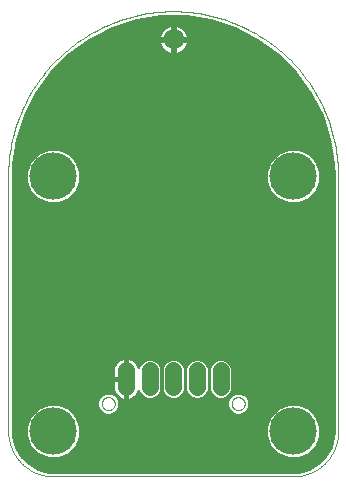
<source format=gbl>
G75*
%MOIN*%
%OFA0B0*%
%FSLAX25Y25*%
%IPPOS*%
%LPD*%
%AMOC8*
5,1,8,0,0,1.08239X$1,22.5*
%
%ADD10C,0.00000*%
%ADD11C,0.15811*%
%ADD12C,0.05600*%
%ADD13C,0.06791*%
%ADD14C,0.00600*%
%ADD15C,0.02400*%
%ADD16C,0.01000*%
%ADD17C,0.02381*%
D10*
X0001500Y0016500D02*
X0001500Y0101500D01*
X0032681Y0025732D02*
X0032683Y0025825D01*
X0032689Y0025917D01*
X0032699Y0026009D01*
X0032713Y0026100D01*
X0032730Y0026191D01*
X0032752Y0026281D01*
X0032777Y0026370D01*
X0032806Y0026458D01*
X0032839Y0026544D01*
X0032876Y0026629D01*
X0032916Y0026713D01*
X0032960Y0026794D01*
X0033007Y0026874D01*
X0033057Y0026952D01*
X0033111Y0027027D01*
X0033168Y0027100D01*
X0033228Y0027170D01*
X0033291Y0027238D01*
X0033357Y0027303D01*
X0033425Y0027365D01*
X0033496Y0027425D01*
X0033570Y0027481D01*
X0033646Y0027534D01*
X0033724Y0027583D01*
X0033804Y0027630D01*
X0033886Y0027672D01*
X0033970Y0027712D01*
X0034055Y0027747D01*
X0034142Y0027779D01*
X0034230Y0027808D01*
X0034319Y0027832D01*
X0034409Y0027853D01*
X0034500Y0027869D01*
X0034592Y0027882D01*
X0034684Y0027891D01*
X0034777Y0027896D01*
X0034869Y0027897D01*
X0034962Y0027894D01*
X0035054Y0027887D01*
X0035146Y0027876D01*
X0035237Y0027861D01*
X0035328Y0027843D01*
X0035418Y0027820D01*
X0035506Y0027794D01*
X0035594Y0027764D01*
X0035680Y0027730D01*
X0035764Y0027693D01*
X0035847Y0027651D01*
X0035928Y0027607D01*
X0036008Y0027559D01*
X0036085Y0027508D01*
X0036159Y0027453D01*
X0036232Y0027395D01*
X0036302Y0027335D01*
X0036369Y0027271D01*
X0036433Y0027205D01*
X0036495Y0027135D01*
X0036553Y0027064D01*
X0036608Y0026990D01*
X0036660Y0026913D01*
X0036709Y0026834D01*
X0036755Y0026754D01*
X0036797Y0026671D01*
X0036835Y0026587D01*
X0036870Y0026501D01*
X0036901Y0026414D01*
X0036928Y0026326D01*
X0036951Y0026236D01*
X0036971Y0026146D01*
X0036987Y0026055D01*
X0036999Y0025963D01*
X0037007Y0025871D01*
X0037011Y0025778D01*
X0037011Y0025686D01*
X0037007Y0025593D01*
X0036999Y0025501D01*
X0036987Y0025409D01*
X0036971Y0025318D01*
X0036951Y0025228D01*
X0036928Y0025138D01*
X0036901Y0025050D01*
X0036870Y0024963D01*
X0036835Y0024877D01*
X0036797Y0024793D01*
X0036755Y0024710D01*
X0036709Y0024630D01*
X0036660Y0024551D01*
X0036608Y0024474D01*
X0036553Y0024400D01*
X0036495Y0024329D01*
X0036433Y0024259D01*
X0036369Y0024193D01*
X0036302Y0024129D01*
X0036232Y0024069D01*
X0036159Y0024011D01*
X0036085Y0023956D01*
X0036008Y0023905D01*
X0035929Y0023857D01*
X0035847Y0023813D01*
X0035764Y0023771D01*
X0035680Y0023734D01*
X0035594Y0023700D01*
X0035506Y0023670D01*
X0035418Y0023644D01*
X0035328Y0023621D01*
X0035237Y0023603D01*
X0035146Y0023588D01*
X0035054Y0023577D01*
X0034962Y0023570D01*
X0034869Y0023567D01*
X0034777Y0023568D01*
X0034684Y0023573D01*
X0034592Y0023582D01*
X0034500Y0023595D01*
X0034409Y0023611D01*
X0034319Y0023632D01*
X0034230Y0023656D01*
X0034142Y0023685D01*
X0034055Y0023717D01*
X0033970Y0023752D01*
X0033886Y0023792D01*
X0033804Y0023834D01*
X0033724Y0023881D01*
X0033646Y0023930D01*
X0033570Y0023983D01*
X0033496Y0024039D01*
X0033425Y0024099D01*
X0033357Y0024161D01*
X0033291Y0024226D01*
X0033228Y0024294D01*
X0033168Y0024364D01*
X0033111Y0024437D01*
X0033057Y0024512D01*
X0033007Y0024590D01*
X0032960Y0024670D01*
X0032916Y0024751D01*
X0032876Y0024835D01*
X0032839Y0024920D01*
X0032806Y0025006D01*
X0032777Y0025094D01*
X0032752Y0025183D01*
X0032730Y0025273D01*
X0032713Y0025364D01*
X0032699Y0025455D01*
X0032689Y0025547D01*
X0032683Y0025639D01*
X0032681Y0025732D01*
X0016500Y0001500D02*
X0016138Y0001504D01*
X0015775Y0001518D01*
X0015413Y0001539D01*
X0015052Y0001570D01*
X0014692Y0001609D01*
X0014333Y0001657D01*
X0013975Y0001714D01*
X0013618Y0001779D01*
X0013263Y0001853D01*
X0012910Y0001936D01*
X0012559Y0002027D01*
X0012211Y0002126D01*
X0011865Y0002234D01*
X0011521Y0002350D01*
X0011181Y0002475D01*
X0010844Y0002607D01*
X0010510Y0002748D01*
X0010179Y0002897D01*
X0009852Y0003054D01*
X0009529Y0003218D01*
X0009210Y0003390D01*
X0008896Y0003570D01*
X0008585Y0003758D01*
X0008280Y0003953D01*
X0007979Y0004155D01*
X0007683Y0004365D01*
X0007393Y0004581D01*
X0007107Y0004805D01*
X0006827Y0005035D01*
X0006553Y0005272D01*
X0006285Y0005516D01*
X0006022Y0005766D01*
X0005766Y0006022D01*
X0005516Y0006285D01*
X0005272Y0006553D01*
X0005035Y0006827D01*
X0004805Y0007107D01*
X0004581Y0007393D01*
X0004365Y0007683D01*
X0004155Y0007979D01*
X0003953Y0008280D01*
X0003758Y0008585D01*
X0003570Y0008896D01*
X0003390Y0009210D01*
X0003218Y0009529D01*
X0003054Y0009852D01*
X0002897Y0010179D01*
X0002748Y0010510D01*
X0002607Y0010844D01*
X0002475Y0011181D01*
X0002350Y0011521D01*
X0002234Y0011865D01*
X0002126Y0012211D01*
X0002027Y0012559D01*
X0001936Y0012910D01*
X0001853Y0013263D01*
X0001779Y0013618D01*
X0001714Y0013975D01*
X0001657Y0014333D01*
X0001609Y0014692D01*
X0001570Y0015052D01*
X0001539Y0015413D01*
X0001518Y0015775D01*
X0001504Y0016138D01*
X0001500Y0016500D01*
X0016500Y0001500D02*
X0096500Y0001500D01*
X0096862Y0001504D01*
X0097225Y0001518D01*
X0097587Y0001539D01*
X0097948Y0001570D01*
X0098308Y0001609D01*
X0098667Y0001657D01*
X0099025Y0001714D01*
X0099382Y0001779D01*
X0099737Y0001853D01*
X0100090Y0001936D01*
X0100441Y0002027D01*
X0100789Y0002126D01*
X0101135Y0002234D01*
X0101479Y0002350D01*
X0101819Y0002475D01*
X0102156Y0002607D01*
X0102490Y0002748D01*
X0102821Y0002897D01*
X0103148Y0003054D01*
X0103471Y0003218D01*
X0103790Y0003390D01*
X0104104Y0003570D01*
X0104415Y0003758D01*
X0104720Y0003953D01*
X0105021Y0004155D01*
X0105317Y0004365D01*
X0105607Y0004581D01*
X0105893Y0004805D01*
X0106173Y0005035D01*
X0106447Y0005272D01*
X0106715Y0005516D01*
X0106978Y0005766D01*
X0107234Y0006022D01*
X0107484Y0006285D01*
X0107728Y0006553D01*
X0107965Y0006827D01*
X0108195Y0007107D01*
X0108419Y0007393D01*
X0108635Y0007683D01*
X0108845Y0007979D01*
X0109047Y0008280D01*
X0109242Y0008585D01*
X0109430Y0008896D01*
X0109610Y0009210D01*
X0109782Y0009529D01*
X0109946Y0009852D01*
X0110103Y0010179D01*
X0110252Y0010510D01*
X0110393Y0010844D01*
X0110525Y0011181D01*
X0110650Y0011521D01*
X0110766Y0011865D01*
X0110874Y0012211D01*
X0110973Y0012559D01*
X0111064Y0012910D01*
X0111147Y0013263D01*
X0111221Y0013618D01*
X0111286Y0013975D01*
X0111343Y0014333D01*
X0111391Y0014692D01*
X0111430Y0015052D01*
X0111461Y0015413D01*
X0111482Y0015775D01*
X0111496Y0016138D01*
X0111500Y0016500D01*
X0111500Y0101500D01*
X0075989Y0025732D02*
X0075991Y0025825D01*
X0075997Y0025917D01*
X0076007Y0026009D01*
X0076021Y0026100D01*
X0076038Y0026191D01*
X0076060Y0026281D01*
X0076085Y0026370D01*
X0076114Y0026458D01*
X0076147Y0026544D01*
X0076184Y0026629D01*
X0076224Y0026713D01*
X0076268Y0026794D01*
X0076315Y0026874D01*
X0076365Y0026952D01*
X0076419Y0027027D01*
X0076476Y0027100D01*
X0076536Y0027170D01*
X0076599Y0027238D01*
X0076665Y0027303D01*
X0076733Y0027365D01*
X0076804Y0027425D01*
X0076878Y0027481D01*
X0076954Y0027534D01*
X0077032Y0027583D01*
X0077112Y0027630D01*
X0077194Y0027672D01*
X0077278Y0027712D01*
X0077363Y0027747D01*
X0077450Y0027779D01*
X0077538Y0027808D01*
X0077627Y0027832D01*
X0077717Y0027853D01*
X0077808Y0027869D01*
X0077900Y0027882D01*
X0077992Y0027891D01*
X0078085Y0027896D01*
X0078177Y0027897D01*
X0078270Y0027894D01*
X0078362Y0027887D01*
X0078454Y0027876D01*
X0078545Y0027861D01*
X0078636Y0027843D01*
X0078726Y0027820D01*
X0078814Y0027794D01*
X0078902Y0027764D01*
X0078988Y0027730D01*
X0079072Y0027693D01*
X0079155Y0027651D01*
X0079236Y0027607D01*
X0079316Y0027559D01*
X0079393Y0027508D01*
X0079467Y0027453D01*
X0079540Y0027395D01*
X0079610Y0027335D01*
X0079677Y0027271D01*
X0079741Y0027205D01*
X0079803Y0027135D01*
X0079861Y0027064D01*
X0079916Y0026990D01*
X0079968Y0026913D01*
X0080017Y0026834D01*
X0080063Y0026754D01*
X0080105Y0026671D01*
X0080143Y0026587D01*
X0080178Y0026501D01*
X0080209Y0026414D01*
X0080236Y0026326D01*
X0080259Y0026236D01*
X0080279Y0026146D01*
X0080295Y0026055D01*
X0080307Y0025963D01*
X0080315Y0025871D01*
X0080319Y0025778D01*
X0080319Y0025686D01*
X0080315Y0025593D01*
X0080307Y0025501D01*
X0080295Y0025409D01*
X0080279Y0025318D01*
X0080259Y0025228D01*
X0080236Y0025138D01*
X0080209Y0025050D01*
X0080178Y0024963D01*
X0080143Y0024877D01*
X0080105Y0024793D01*
X0080063Y0024710D01*
X0080017Y0024630D01*
X0079968Y0024551D01*
X0079916Y0024474D01*
X0079861Y0024400D01*
X0079803Y0024329D01*
X0079741Y0024259D01*
X0079677Y0024193D01*
X0079610Y0024129D01*
X0079540Y0024069D01*
X0079467Y0024011D01*
X0079393Y0023956D01*
X0079316Y0023905D01*
X0079237Y0023857D01*
X0079155Y0023813D01*
X0079072Y0023771D01*
X0078988Y0023734D01*
X0078902Y0023700D01*
X0078814Y0023670D01*
X0078726Y0023644D01*
X0078636Y0023621D01*
X0078545Y0023603D01*
X0078454Y0023588D01*
X0078362Y0023577D01*
X0078270Y0023570D01*
X0078177Y0023567D01*
X0078085Y0023568D01*
X0077992Y0023573D01*
X0077900Y0023582D01*
X0077808Y0023595D01*
X0077717Y0023611D01*
X0077627Y0023632D01*
X0077538Y0023656D01*
X0077450Y0023685D01*
X0077363Y0023717D01*
X0077278Y0023752D01*
X0077194Y0023792D01*
X0077112Y0023834D01*
X0077032Y0023881D01*
X0076954Y0023930D01*
X0076878Y0023983D01*
X0076804Y0024039D01*
X0076733Y0024099D01*
X0076665Y0024161D01*
X0076599Y0024226D01*
X0076536Y0024294D01*
X0076476Y0024364D01*
X0076419Y0024437D01*
X0076365Y0024512D01*
X0076315Y0024590D01*
X0076268Y0024670D01*
X0076224Y0024751D01*
X0076184Y0024835D01*
X0076147Y0024920D01*
X0076114Y0025006D01*
X0076085Y0025094D01*
X0076060Y0025183D01*
X0076038Y0025273D01*
X0076021Y0025364D01*
X0076007Y0025455D01*
X0075997Y0025547D01*
X0075991Y0025639D01*
X0075989Y0025732D01*
X0111500Y0101500D02*
X0111484Y0102839D01*
X0111435Y0104178D01*
X0111353Y0105515D01*
X0111239Y0106849D01*
X0111093Y0108181D01*
X0110914Y0109508D01*
X0110703Y0110831D01*
X0110459Y0112148D01*
X0110184Y0113459D01*
X0109877Y0114762D01*
X0109538Y0116058D01*
X0109168Y0117345D01*
X0108767Y0118623D01*
X0108334Y0119891D01*
X0107871Y0121148D01*
X0107377Y0122393D01*
X0106853Y0123626D01*
X0106300Y0124845D01*
X0105716Y0126051D01*
X0105104Y0127242D01*
X0104463Y0128418D01*
X0103793Y0129578D01*
X0103095Y0130721D01*
X0102370Y0131847D01*
X0101617Y0132955D01*
X0100838Y0134045D01*
X0100032Y0135115D01*
X0099201Y0136165D01*
X0098344Y0137194D01*
X0097462Y0138203D01*
X0096557Y0139189D01*
X0095627Y0140153D01*
X0094674Y0141095D01*
X0093699Y0142013D01*
X0092701Y0142906D01*
X0091682Y0143776D01*
X0090642Y0144620D01*
X0089582Y0145438D01*
X0088502Y0146231D01*
X0087404Y0146997D01*
X0086286Y0147736D01*
X0085152Y0148448D01*
X0084000Y0149131D01*
X0082832Y0149787D01*
X0081648Y0150414D01*
X0080450Y0151012D01*
X0079237Y0151580D01*
X0078011Y0152119D01*
X0076772Y0152628D01*
X0075521Y0153106D01*
X0074258Y0153554D01*
X0072986Y0153971D01*
X0071703Y0154357D01*
X0070411Y0154712D01*
X0069111Y0155035D01*
X0067804Y0155326D01*
X0066490Y0155585D01*
X0065170Y0155812D01*
X0063845Y0156007D01*
X0062515Y0156170D01*
X0061182Y0156300D01*
X0059847Y0156398D01*
X0058509Y0156463D01*
X0057170Y0156496D01*
X0055830Y0156496D01*
X0054491Y0156463D01*
X0053153Y0156398D01*
X0051818Y0156300D01*
X0050485Y0156170D01*
X0049155Y0156007D01*
X0047830Y0155812D01*
X0046510Y0155585D01*
X0045196Y0155326D01*
X0043889Y0155035D01*
X0042589Y0154712D01*
X0041297Y0154357D01*
X0040014Y0153971D01*
X0038742Y0153554D01*
X0037479Y0153106D01*
X0036228Y0152628D01*
X0034989Y0152119D01*
X0033763Y0151580D01*
X0032550Y0151012D01*
X0031352Y0150414D01*
X0030168Y0149787D01*
X0029000Y0149131D01*
X0027848Y0148448D01*
X0026714Y0147736D01*
X0025596Y0146997D01*
X0024498Y0146231D01*
X0023418Y0145438D01*
X0022358Y0144620D01*
X0021318Y0143776D01*
X0020299Y0142906D01*
X0019301Y0142013D01*
X0018326Y0141095D01*
X0017373Y0140153D01*
X0016443Y0139189D01*
X0015538Y0138203D01*
X0014656Y0137194D01*
X0013799Y0136165D01*
X0012968Y0135115D01*
X0012162Y0134045D01*
X0011383Y0132955D01*
X0010630Y0131847D01*
X0009905Y0130721D01*
X0009207Y0129578D01*
X0008537Y0128418D01*
X0007896Y0127242D01*
X0007284Y0126051D01*
X0006700Y0124845D01*
X0006147Y0123626D01*
X0005623Y0122393D01*
X0005129Y0121148D01*
X0004666Y0119891D01*
X0004233Y0118623D01*
X0003832Y0117345D01*
X0003462Y0116058D01*
X0003123Y0114762D01*
X0002816Y0113459D01*
X0002541Y0112148D01*
X0002297Y0110831D01*
X0002086Y0109508D01*
X0001907Y0108181D01*
X0001761Y0106849D01*
X0001647Y0105515D01*
X0001565Y0104178D01*
X0001516Y0102839D01*
X0001500Y0101500D01*
D11*
X0016500Y0101500D03*
X0016500Y0016500D03*
X0096500Y0016500D03*
X0096500Y0101500D03*
D12*
X0072248Y0036800D02*
X0072248Y0031200D01*
X0064374Y0031200D02*
X0064374Y0036800D01*
X0056500Y0036800D02*
X0056500Y0031200D01*
X0048626Y0031200D02*
X0048626Y0036800D01*
X0040752Y0036800D02*
X0040752Y0031200D01*
D13*
X0056618Y0147169D03*
D14*
X0056100Y0146700D01*
X0056100Y0129900D01*
X0045900Y0119700D01*
D15*
X0045900Y0119700D03*
D16*
X0006580Y0007491D02*
X0106420Y0007491D01*
X0107210Y0008282D02*
X0104718Y0005790D01*
X0101666Y0004028D01*
X0098262Y0003115D01*
X0096500Y0003000D01*
X0016500Y0003000D01*
X0014738Y0003115D01*
X0011334Y0004028D01*
X0008282Y0005790D01*
X0005790Y0008282D01*
X0004028Y0011334D01*
X0003115Y0014738D01*
X0003000Y0016500D01*
X0003000Y0101500D01*
X0003165Y0105698D01*
X0004478Y0113989D01*
X0007072Y0121974D01*
X0010884Y0129454D01*
X0015818Y0136245D01*
X0021755Y0142182D01*
X0028546Y0147116D01*
X0036026Y0150928D01*
X0044011Y0153522D01*
X0052302Y0154835D01*
X0060698Y0154835D01*
X0068989Y0153522D01*
X0076974Y0150928D01*
X0084454Y0147116D01*
X0091245Y0142182D01*
X0097182Y0136245D01*
X0102116Y0129454D01*
X0105928Y0121974D01*
X0108522Y0113989D01*
X0109835Y0105698D01*
X0110000Y0101500D01*
X0110000Y0016500D01*
X0109885Y0014738D01*
X0108972Y0011334D01*
X0107210Y0008282D01*
X0107330Y0008490D02*
X0100694Y0008490D01*
X0101601Y0008865D02*
X0104134Y0011399D01*
X0105505Y0014709D01*
X0105505Y0018291D01*
X0104134Y0021601D01*
X0101601Y0024134D01*
X0098291Y0025505D01*
X0094709Y0025505D01*
X0091399Y0024134D01*
X0088865Y0021601D01*
X0087494Y0018291D01*
X0087494Y0014709D01*
X0088865Y0011399D01*
X0091399Y0008865D01*
X0094709Y0007494D01*
X0098291Y0007494D01*
X0101601Y0008865D01*
X0102224Y0009488D02*
X0107907Y0009488D01*
X0108483Y0010487D02*
X0103222Y0010487D01*
X0104170Y0011485D02*
X0109013Y0011485D01*
X0109280Y0012484D02*
X0104584Y0012484D01*
X0104997Y0013482D02*
X0109548Y0013482D01*
X0109816Y0014481D02*
X0105411Y0014481D01*
X0105505Y0015479D02*
X0109933Y0015479D01*
X0109999Y0016478D02*
X0105505Y0016478D01*
X0105505Y0017476D02*
X0110000Y0017476D01*
X0110000Y0018475D02*
X0105430Y0018475D01*
X0105016Y0019473D02*
X0110000Y0019473D01*
X0110000Y0020472D02*
X0104602Y0020472D01*
X0104189Y0021470D02*
X0110000Y0021470D01*
X0110000Y0022469D02*
X0103267Y0022469D01*
X0102268Y0023467D02*
X0110000Y0023467D01*
X0110000Y0024466D02*
X0100801Y0024466D01*
X0098391Y0025464D02*
X0110000Y0025464D01*
X0110000Y0026463D02*
X0081818Y0026463D01*
X0081819Y0026461D02*
X0081261Y0027809D01*
X0080230Y0028840D01*
X0078883Y0029398D01*
X0077424Y0029398D01*
X0076077Y0028840D01*
X0075046Y0027809D01*
X0074488Y0026461D01*
X0074488Y0025003D01*
X0075046Y0023656D01*
X0076077Y0022625D01*
X0077424Y0022067D01*
X0078883Y0022067D01*
X0080230Y0022625D01*
X0081261Y0023656D01*
X0081819Y0025003D01*
X0081819Y0026461D01*
X0081819Y0025464D02*
X0094609Y0025464D01*
X0092199Y0024466D02*
X0081596Y0024466D01*
X0081072Y0023467D02*
X0090732Y0023467D01*
X0089733Y0022469D02*
X0079853Y0022469D01*
X0076454Y0022469D02*
X0036546Y0022469D01*
X0036923Y0022625D02*
X0037954Y0023656D01*
X0038512Y0025003D01*
X0038512Y0026461D01*
X0037954Y0027809D01*
X0036923Y0028840D01*
X0035576Y0029398D01*
X0034117Y0029398D01*
X0032770Y0028840D01*
X0031739Y0027809D01*
X0031181Y0026461D01*
X0031181Y0025003D01*
X0031739Y0023656D01*
X0032770Y0022625D01*
X0034117Y0022067D01*
X0035576Y0022067D01*
X0036923Y0022625D01*
X0037765Y0023467D02*
X0075235Y0023467D01*
X0074711Y0024466D02*
X0038289Y0024466D01*
X0038512Y0025464D02*
X0074488Y0025464D01*
X0074489Y0026463D02*
X0038511Y0026463D01*
X0039101Y0027215D02*
X0039745Y0027006D01*
X0040366Y0026908D01*
X0040366Y0033614D01*
X0041138Y0033614D01*
X0041138Y0026908D01*
X0041759Y0027006D01*
X0042403Y0027215D01*
X0043006Y0027522D01*
X0043553Y0027920D01*
X0044032Y0028399D01*
X0044430Y0028946D01*
X0044737Y0029549D01*
X0044891Y0030025D01*
X0045320Y0028991D01*
X0046417Y0027894D01*
X0047850Y0027300D01*
X0049402Y0027300D01*
X0050835Y0027894D01*
X0051932Y0028991D01*
X0052526Y0030424D01*
X0052526Y0037576D01*
X0051932Y0039009D01*
X0050835Y0040106D01*
X0049402Y0040700D01*
X0047850Y0040700D01*
X0046417Y0040106D01*
X0045320Y0039009D01*
X0044891Y0037975D01*
X0044737Y0038451D01*
X0044430Y0039054D01*
X0044032Y0039601D01*
X0043553Y0040080D01*
X0043006Y0040478D01*
X0042403Y0040785D01*
X0041759Y0040994D01*
X0041138Y0041092D01*
X0041138Y0034386D01*
X0040366Y0034386D01*
X0040366Y0041092D01*
X0039745Y0040994D01*
X0039101Y0040785D01*
X0038498Y0040478D01*
X0037951Y0040080D01*
X0037472Y0039601D01*
X0037074Y0039054D01*
X0036767Y0038451D01*
X0036558Y0037807D01*
X0036452Y0037138D01*
X0036452Y0034386D01*
X0040366Y0034386D01*
X0040366Y0033614D01*
X0036452Y0033614D01*
X0036452Y0030862D01*
X0036558Y0030193D01*
X0036767Y0029549D01*
X0037074Y0028946D01*
X0037472Y0028399D01*
X0037951Y0027920D01*
X0038498Y0027522D01*
X0039101Y0027215D01*
X0038618Y0027461D02*
X0038098Y0027461D01*
X0037428Y0028460D02*
X0037303Y0028460D01*
X0036813Y0029458D02*
X0003000Y0029458D01*
X0003000Y0028460D02*
X0032390Y0028460D01*
X0031595Y0027461D02*
X0003000Y0027461D01*
X0003000Y0026463D02*
X0031182Y0026463D01*
X0031181Y0025464D02*
X0018391Y0025464D01*
X0018291Y0025505D02*
X0014709Y0025505D01*
X0011399Y0024134D01*
X0008865Y0021601D01*
X0007494Y0018291D01*
X0007494Y0014709D01*
X0008865Y0011399D01*
X0011399Y0008865D01*
X0014709Y0007494D01*
X0018291Y0007494D01*
X0021601Y0008865D01*
X0024134Y0011399D01*
X0025505Y0014709D01*
X0025505Y0018291D01*
X0024134Y0021601D01*
X0021601Y0024134D01*
X0018291Y0025505D01*
X0020801Y0024466D02*
X0031404Y0024466D01*
X0031928Y0023467D02*
X0022268Y0023467D01*
X0023267Y0022469D02*
X0033147Y0022469D01*
X0036516Y0030457D02*
X0003000Y0030457D01*
X0003000Y0031455D02*
X0036452Y0031455D01*
X0036452Y0032454D02*
X0003000Y0032454D01*
X0003000Y0033452D02*
X0036452Y0033452D01*
X0036452Y0034451D02*
X0003000Y0034451D01*
X0003000Y0035449D02*
X0036452Y0035449D01*
X0036452Y0036448D02*
X0003000Y0036448D01*
X0003000Y0037446D02*
X0036501Y0037446D01*
X0036765Y0038445D02*
X0003000Y0038445D01*
X0003000Y0039443D02*
X0037357Y0039443D01*
X0038449Y0040442D02*
X0003000Y0040442D01*
X0003000Y0041440D02*
X0110000Y0041440D01*
X0110000Y0040442D02*
X0073647Y0040442D01*
X0073024Y0040700D02*
X0074457Y0040106D01*
X0075554Y0039009D01*
X0076148Y0037576D01*
X0076148Y0030424D01*
X0075554Y0028991D01*
X0074457Y0027894D01*
X0073024Y0027300D01*
X0071472Y0027300D01*
X0070039Y0027894D01*
X0068942Y0028991D01*
X0068348Y0030424D01*
X0068348Y0037576D01*
X0068942Y0039009D01*
X0070039Y0040106D01*
X0071472Y0040700D01*
X0073024Y0040700D01*
X0070849Y0040442D02*
X0065773Y0040442D01*
X0065150Y0040700D02*
X0066583Y0040106D01*
X0067680Y0039009D01*
X0068274Y0037576D01*
X0068274Y0030424D01*
X0067680Y0028991D01*
X0066583Y0027894D01*
X0065150Y0027300D01*
X0063598Y0027300D01*
X0062165Y0027894D01*
X0061068Y0028991D01*
X0060474Y0030424D01*
X0060474Y0037576D01*
X0061068Y0039009D01*
X0062165Y0040106D01*
X0063598Y0040700D01*
X0065150Y0040700D01*
X0062975Y0040442D02*
X0057899Y0040442D01*
X0057276Y0040700D02*
X0058709Y0040106D01*
X0059806Y0039009D01*
X0060400Y0037576D01*
X0060400Y0030424D01*
X0059806Y0028991D01*
X0058709Y0027894D01*
X0057276Y0027300D01*
X0055724Y0027300D01*
X0054291Y0027894D01*
X0053194Y0028991D01*
X0052600Y0030424D01*
X0052600Y0037576D01*
X0053194Y0039009D01*
X0054291Y0040106D01*
X0055724Y0040700D01*
X0057276Y0040700D01*
X0055101Y0040442D02*
X0050025Y0040442D01*
X0051498Y0039443D02*
X0053628Y0039443D01*
X0052960Y0038445D02*
X0052166Y0038445D01*
X0052526Y0037446D02*
X0052600Y0037446D01*
X0052600Y0036448D02*
X0052526Y0036448D01*
X0052526Y0035449D02*
X0052600Y0035449D01*
X0052600Y0034451D02*
X0052526Y0034451D01*
X0052526Y0033452D02*
X0052600Y0033452D01*
X0052600Y0032454D02*
X0052526Y0032454D01*
X0052526Y0031455D02*
X0052600Y0031455D01*
X0052600Y0030457D02*
X0052526Y0030457D01*
X0052126Y0029458D02*
X0053000Y0029458D01*
X0053725Y0028460D02*
X0051401Y0028460D01*
X0049791Y0027461D02*
X0055335Y0027461D01*
X0057665Y0027461D02*
X0063209Y0027461D01*
X0061599Y0028460D02*
X0059275Y0028460D01*
X0060000Y0029458D02*
X0060874Y0029458D01*
X0060474Y0030457D02*
X0060400Y0030457D01*
X0060400Y0031455D02*
X0060474Y0031455D01*
X0060474Y0032454D02*
X0060400Y0032454D01*
X0060400Y0033452D02*
X0060474Y0033452D01*
X0060474Y0034451D02*
X0060400Y0034451D01*
X0060400Y0035449D02*
X0060474Y0035449D01*
X0060474Y0036448D02*
X0060400Y0036448D01*
X0060400Y0037446D02*
X0060474Y0037446D01*
X0060834Y0038445D02*
X0060040Y0038445D01*
X0059372Y0039443D02*
X0061502Y0039443D01*
X0067246Y0039443D02*
X0069376Y0039443D01*
X0068708Y0038445D02*
X0067914Y0038445D01*
X0068274Y0037446D02*
X0068348Y0037446D01*
X0068348Y0036448D02*
X0068274Y0036448D01*
X0068274Y0035449D02*
X0068348Y0035449D01*
X0068348Y0034451D02*
X0068274Y0034451D01*
X0068274Y0033452D02*
X0068348Y0033452D01*
X0068348Y0032454D02*
X0068274Y0032454D01*
X0068274Y0031455D02*
X0068348Y0031455D01*
X0068348Y0030457D02*
X0068274Y0030457D01*
X0067874Y0029458D02*
X0068748Y0029458D01*
X0069473Y0028460D02*
X0067149Y0028460D01*
X0065539Y0027461D02*
X0071083Y0027461D01*
X0073413Y0027461D02*
X0074902Y0027461D01*
X0075023Y0028460D02*
X0075697Y0028460D01*
X0075748Y0029458D02*
X0110000Y0029458D01*
X0110000Y0028460D02*
X0080610Y0028460D01*
X0081405Y0027461D02*
X0110000Y0027461D01*
X0110000Y0030457D02*
X0076148Y0030457D01*
X0076148Y0031455D02*
X0110000Y0031455D01*
X0110000Y0032454D02*
X0076148Y0032454D01*
X0076148Y0033452D02*
X0110000Y0033452D01*
X0110000Y0034451D02*
X0076148Y0034451D01*
X0076148Y0035449D02*
X0110000Y0035449D01*
X0110000Y0036448D02*
X0076148Y0036448D01*
X0076148Y0037446D02*
X0110000Y0037446D01*
X0110000Y0038445D02*
X0075788Y0038445D01*
X0075120Y0039443D02*
X0110000Y0039443D01*
X0110000Y0042439D02*
X0003000Y0042439D01*
X0003000Y0043437D02*
X0110000Y0043437D01*
X0110000Y0044436D02*
X0003000Y0044436D01*
X0003000Y0045434D02*
X0110000Y0045434D01*
X0110000Y0046433D02*
X0003000Y0046433D01*
X0003000Y0047432D02*
X0110000Y0047432D01*
X0110000Y0048430D02*
X0003000Y0048430D01*
X0003000Y0049429D02*
X0110000Y0049429D01*
X0110000Y0050427D02*
X0003000Y0050427D01*
X0003000Y0051426D02*
X0110000Y0051426D01*
X0110000Y0052424D02*
X0003000Y0052424D01*
X0003000Y0053423D02*
X0110000Y0053423D01*
X0110000Y0054421D02*
X0003000Y0054421D01*
X0003000Y0055420D02*
X0110000Y0055420D01*
X0110000Y0056418D02*
X0003000Y0056418D01*
X0003000Y0057417D02*
X0110000Y0057417D01*
X0110000Y0058415D02*
X0003000Y0058415D01*
X0003000Y0059414D02*
X0110000Y0059414D01*
X0110000Y0060412D02*
X0003000Y0060412D01*
X0003000Y0061411D02*
X0110000Y0061411D01*
X0110000Y0062409D02*
X0003000Y0062409D01*
X0003000Y0063408D02*
X0110000Y0063408D01*
X0110000Y0064406D02*
X0003000Y0064406D01*
X0003000Y0065405D02*
X0110000Y0065405D01*
X0110000Y0066403D02*
X0003000Y0066403D01*
X0003000Y0067402D02*
X0110000Y0067402D01*
X0110000Y0068400D02*
X0003000Y0068400D01*
X0003000Y0069399D02*
X0110000Y0069399D01*
X0110000Y0070397D02*
X0003000Y0070397D01*
X0003000Y0071396D02*
X0110000Y0071396D01*
X0110000Y0072394D02*
X0003000Y0072394D01*
X0003000Y0073393D02*
X0110000Y0073393D01*
X0110000Y0074391D02*
X0003000Y0074391D01*
X0003000Y0075390D02*
X0110000Y0075390D01*
X0110000Y0076388D02*
X0003000Y0076388D01*
X0003000Y0077387D02*
X0110000Y0077387D01*
X0110000Y0078385D02*
X0003000Y0078385D01*
X0003000Y0079384D02*
X0110000Y0079384D01*
X0110000Y0080382D02*
X0003000Y0080382D01*
X0003000Y0081381D02*
X0110000Y0081381D01*
X0110000Y0082379D02*
X0003000Y0082379D01*
X0003000Y0083378D02*
X0110000Y0083378D01*
X0110000Y0084376D02*
X0003000Y0084376D01*
X0003000Y0085375D02*
X0110000Y0085375D01*
X0110000Y0086373D02*
X0003000Y0086373D01*
X0003000Y0087372D02*
X0110000Y0087372D01*
X0110000Y0088370D02*
X0003000Y0088370D01*
X0003000Y0089369D02*
X0110000Y0089369D01*
X0110000Y0090368D02*
X0003000Y0090368D01*
X0003000Y0091366D02*
X0110000Y0091366D01*
X0110000Y0092365D02*
X0003000Y0092365D01*
X0003000Y0093363D02*
X0012612Y0093363D01*
X0011399Y0093865D02*
X0014709Y0092494D01*
X0018291Y0092494D01*
X0021601Y0093865D01*
X0024134Y0096399D01*
X0025505Y0099709D01*
X0025505Y0103291D01*
X0024134Y0106601D01*
X0021601Y0109134D01*
X0018291Y0110505D01*
X0014709Y0110505D01*
X0011399Y0109134D01*
X0008865Y0106601D01*
X0007494Y0103291D01*
X0007494Y0099709D01*
X0008865Y0096399D01*
X0011399Y0093865D01*
X0010903Y0094362D02*
X0003000Y0094362D01*
X0003000Y0095360D02*
X0009904Y0095360D01*
X0008906Y0096359D02*
X0003000Y0096359D01*
X0003000Y0097357D02*
X0008469Y0097357D01*
X0008055Y0098356D02*
X0003000Y0098356D01*
X0003000Y0099354D02*
X0007641Y0099354D01*
X0007494Y0100353D02*
X0003000Y0100353D01*
X0003000Y0101351D02*
X0007494Y0101351D01*
X0007494Y0102350D02*
X0003033Y0102350D01*
X0003073Y0103348D02*
X0007518Y0103348D01*
X0007932Y0104347D02*
X0003112Y0104347D01*
X0003151Y0105345D02*
X0008345Y0105345D01*
X0008759Y0106344D02*
X0003267Y0106344D01*
X0003425Y0107342D02*
X0009606Y0107342D01*
X0010605Y0108341D02*
X0003584Y0108341D01*
X0003742Y0109339D02*
X0011893Y0109339D01*
X0014304Y0110338D02*
X0003900Y0110338D01*
X0004058Y0111336D02*
X0108942Y0111336D01*
X0109100Y0110338D02*
X0098696Y0110338D01*
X0098291Y0110505D02*
X0094709Y0110505D01*
X0091399Y0109134D01*
X0088865Y0106601D01*
X0087494Y0103291D01*
X0087494Y0099709D01*
X0088865Y0096399D01*
X0091399Y0093865D01*
X0094709Y0092494D01*
X0098291Y0092494D01*
X0101601Y0093865D01*
X0104134Y0096399D01*
X0105505Y0099709D01*
X0105505Y0103291D01*
X0104134Y0106601D01*
X0101601Y0109134D01*
X0098291Y0110505D01*
X0101107Y0109339D02*
X0109258Y0109339D01*
X0109416Y0108341D02*
X0102395Y0108341D01*
X0103394Y0107342D02*
X0109575Y0107342D01*
X0109733Y0106344D02*
X0104241Y0106344D01*
X0104655Y0105345D02*
X0109849Y0105345D01*
X0109888Y0104347D02*
X0105068Y0104347D01*
X0105482Y0103348D02*
X0109927Y0103348D01*
X0109967Y0102350D02*
X0105505Y0102350D01*
X0105505Y0101351D02*
X0110000Y0101351D01*
X0110000Y0100353D02*
X0105505Y0100353D01*
X0105359Y0099354D02*
X0110000Y0099354D01*
X0110000Y0098356D02*
X0104945Y0098356D01*
X0104531Y0097357D02*
X0110000Y0097357D01*
X0110000Y0096359D02*
X0104094Y0096359D01*
X0103096Y0095360D02*
X0110000Y0095360D01*
X0110000Y0094362D02*
X0102097Y0094362D01*
X0100388Y0093363D02*
X0110000Y0093363D01*
X0108784Y0112335D02*
X0004216Y0112335D01*
X0004374Y0113333D02*
X0108626Y0113333D01*
X0108411Y0114332D02*
X0004589Y0114332D01*
X0004914Y0115330D02*
X0108086Y0115330D01*
X0107762Y0116329D02*
X0005238Y0116329D01*
X0005563Y0117327D02*
X0107437Y0117327D01*
X0107113Y0118326D02*
X0005887Y0118326D01*
X0006212Y0119324D02*
X0106788Y0119324D01*
X0106464Y0120323D02*
X0006536Y0120323D01*
X0006861Y0121321D02*
X0106139Y0121321D01*
X0105751Y0122320D02*
X0007249Y0122320D01*
X0007758Y0123318D02*
X0105242Y0123318D01*
X0104734Y0124317D02*
X0008266Y0124317D01*
X0008775Y0125315D02*
X0104225Y0125315D01*
X0103716Y0126314D02*
X0009284Y0126314D01*
X0009793Y0127312D02*
X0103207Y0127312D01*
X0102698Y0128311D02*
X0010301Y0128311D01*
X0010810Y0129309D02*
X0102190Y0129309D01*
X0101496Y0130308D02*
X0011504Y0130308D01*
X0012230Y0131306D02*
X0100770Y0131306D01*
X0100045Y0132305D02*
X0012955Y0132305D01*
X0013681Y0133303D02*
X0099319Y0133303D01*
X0098594Y0134302D02*
X0014406Y0134302D01*
X0015132Y0135301D02*
X0097868Y0135301D01*
X0097128Y0136299D02*
X0015872Y0136299D01*
X0016870Y0137298D02*
X0096130Y0137298D01*
X0095131Y0138296D02*
X0017869Y0138296D01*
X0018867Y0139295D02*
X0094133Y0139295D01*
X0093134Y0140293D02*
X0019866Y0140293D01*
X0020864Y0141292D02*
X0092136Y0141292D01*
X0091096Y0142290D02*
X0021904Y0142290D01*
X0023278Y0143289D02*
X0053630Y0143289D01*
X0053429Y0143435D02*
X0054052Y0142982D01*
X0054739Y0142632D01*
X0055472Y0142394D01*
X0056118Y0142292D01*
X0056118Y0146669D01*
X0057118Y0146669D01*
X0057118Y0142292D01*
X0057765Y0142394D01*
X0058497Y0142632D01*
X0059184Y0142982D01*
X0059807Y0143435D01*
X0060352Y0143980D01*
X0060805Y0144603D01*
X0061155Y0145290D01*
X0061393Y0146023D01*
X0061496Y0146669D01*
X0057118Y0146669D01*
X0057118Y0147669D01*
X0061496Y0147669D01*
X0061393Y0148316D01*
X0061155Y0149049D01*
X0060805Y0149735D01*
X0060352Y0150359D01*
X0059807Y0150903D01*
X0059184Y0151356D01*
X0058497Y0151706D01*
X0057765Y0151944D01*
X0057118Y0152047D01*
X0057118Y0147669D01*
X0056118Y0147669D01*
X0056118Y0146669D01*
X0051741Y0146669D01*
X0051843Y0146023D01*
X0052081Y0145290D01*
X0052431Y0144603D01*
X0052884Y0143980D01*
X0053429Y0143435D01*
X0052661Y0144287D02*
X0024652Y0144287D01*
X0026027Y0145286D02*
X0052083Y0145286D01*
X0051802Y0146284D02*
X0027401Y0146284D01*
X0028873Y0147283D02*
X0056118Y0147283D01*
X0056118Y0147669D02*
X0051741Y0147669D01*
X0051843Y0148316D01*
X0052081Y0149049D01*
X0052431Y0149735D01*
X0052884Y0150359D01*
X0053429Y0150903D01*
X0054052Y0151356D01*
X0054739Y0151706D01*
X0055472Y0151944D01*
X0056118Y0152047D01*
X0056118Y0147669D01*
X0056118Y0148281D02*
X0057118Y0148281D01*
X0057118Y0147283D02*
X0084127Y0147283D01*
X0085599Y0146284D02*
X0061435Y0146284D01*
X0061153Y0145286D02*
X0086973Y0145286D01*
X0088348Y0144287D02*
X0060575Y0144287D01*
X0059606Y0143289D02*
X0089722Y0143289D01*
X0082167Y0148281D02*
X0061399Y0148281D01*
X0061037Y0149280D02*
X0080208Y0149280D01*
X0078248Y0150278D02*
X0060411Y0150278D01*
X0059294Y0151277D02*
X0075899Y0151277D01*
X0072826Y0152275D02*
X0040174Y0152275D01*
X0037101Y0151277D02*
X0053942Y0151277D01*
X0052825Y0150278D02*
X0034752Y0150278D01*
X0032792Y0149280D02*
X0052199Y0149280D01*
X0051838Y0148281D02*
X0030833Y0148281D01*
X0043247Y0153274D02*
X0069753Y0153274D01*
X0064251Y0154272D02*
X0048749Y0154272D01*
X0056118Y0151277D02*
X0057118Y0151277D01*
X0057118Y0150278D02*
X0056118Y0150278D01*
X0056118Y0149280D02*
X0057118Y0149280D01*
X0057118Y0146284D02*
X0056118Y0146284D01*
X0056118Y0145286D02*
X0057118Y0145286D01*
X0057118Y0144287D02*
X0056118Y0144287D01*
X0056118Y0143289D02*
X0057118Y0143289D01*
X0087932Y0104347D02*
X0025068Y0104347D01*
X0024655Y0105345D02*
X0088345Y0105345D01*
X0088759Y0106344D02*
X0024241Y0106344D01*
X0023394Y0107342D02*
X0089606Y0107342D01*
X0090605Y0108341D02*
X0022395Y0108341D01*
X0021107Y0109339D02*
X0091893Y0109339D01*
X0094304Y0110338D02*
X0018696Y0110338D01*
X0025482Y0103348D02*
X0087518Y0103348D01*
X0087494Y0102350D02*
X0025505Y0102350D01*
X0025505Y0101351D02*
X0087494Y0101351D01*
X0087494Y0100353D02*
X0025505Y0100353D01*
X0025359Y0099354D02*
X0087641Y0099354D01*
X0088055Y0098356D02*
X0024945Y0098356D01*
X0024531Y0097357D02*
X0088469Y0097357D01*
X0088906Y0096359D02*
X0024094Y0096359D01*
X0023096Y0095360D02*
X0089904Y0095360D01*
X0090903Y0094362D02*
X0022097Y0094362D01*
X0020388Y0093363D02*
X0092612Y0093363D01*
X0047227Y0040442D02*
X0043055Y0040442D01*
X0044146Y0039443D02*
X0045754Y0039443D01*
X0045086Y0038445D02*
X0044739Y0038445D01*
X0041138Y0038445D02*
X0040366Y0038445D01*
X0040366Y0039443D02*
X0041138Y0039443D01*
X0041138Y0040442D02*
X0040366Y0040442D01*
X0040366Y0037446D02*
X0041138Y0037446D01*
X0041138Y0036448D02*
X0040366Y0036448D01*
X0040366Y0035449D02*
X0041138Y0035449D01*
X0041138Y0034451D02*
X0040366Y0034451D01*
X0040366Y0033452D02*
X0041138Y0033452D01*
X0041138Y0032454D02*
X0040366Y0032454D01*
X0040366Y0031455D02*
X0041138Y0031455D01*
X0041138Y0030457D02*
X0040366Y0030457D01*
X0040366Y0029458D02*
X0041138Y0029458D01*
X0041138Y0028460D02*
X0040366Y0028460D01*
X0040366Y0027461D02*
X0041138Y0027461D01*
X0042886Y0027461D02*
X0047461Y0027461D01*
X0045851Y0028460D02*
X0044076Y0028460D01*
X0044691Y0029458D02*
X0045126Y0029458D01*
X0025016Y0019473D02*
X0087984Y0019473D01*
X0087570Y0018475D02*
X0025430Y0018475D01*
X0025505Y0017476D02*
X0087494Y0017476D01*
X0087494Y0016478D02*
X0025505Y0016478D01*
X0025505Y0015479D02*
X0087494Y0015479D01*
X0087589Y0014481D02*
X0025411Y0014481D01*
X0024997Y0013482D02*
X0088003Y0013482D01*
X0088416Y0012484D02*
X0024584Y0012484D01*
X0024170Y0011485D02*
X0088830Y0011485D01*
X0089778Y0010487D02*
X0023222Y0010487D01*
X0022224Y0009488D02*
X0090776Y0009488D01*
X0092306Y0008490D02*
X0020694Y0008490D01*
X0013314Y0003497D02*
X0099686Y0003497D01*
X0102477Y0004496D02*
X0010523Y0004496D01*
X0008794Y0005494D02*
X0104206Y0005494D01*
X0105421Y0006493D02*
X0007579Y0006493D01*
X0005670Y0008490D02*
X0012306Y0008490D01*
X0010776Y0009488D02*
X0005093Y0009488D01*
X0004517Y0010487D02*
X0009778Y0010487D01*
X0008830Y0011485D02*
X0003987Y0011485D01*
X0003720Y0012484D02*
X0008416Y0012484D01*
X0008003Y0013482D02*
X0003452Y0013482D01*
X0003184Y0014481D02*
X0007589Y0014481D01*
X0007494Y0015479D02*
X0003067Y0015479D01*
X0003001Y0016478D02*
X0007494Y0016478D01*
X0007494Y0017476D02*
X0003000Y0017476D01*
X0003000Y0018475D02*
X0007570Y0018475D01*
X0007984Y0019473D02*
X0003000Y0019473D01*
X0003000Y0020472D02*
X0008398Y0020472D01*
X0008811Y0021470D02*
X0003000Y0021470D01*
X0003000Y0022469D02*
X0009733Y0022469D01*
X0010732Y0023467D02*
X0003000Y0023467D01*
X0003000Y0024466D02*
X0012199Y0024466D01*
X0014609Y0025464D02*
X0003000Y0025464D01*
X0024189Y0021470D02*
X0088811Y0021470D01*
X0088398Y0020472D02*
X0024602Y0020472D01*
D17*
X0029059Y0032996D03*
X0040083Y0047169D03*
X0044807Y0025122D03*
X0027878Y0094020D03*
X0025122Y0123547D03*
X0048350Y0131028D03*
X0068429Y0103862D03*
X0084571Y0107406D03*
X0073941Y0132209D03*
M02*

</source>
